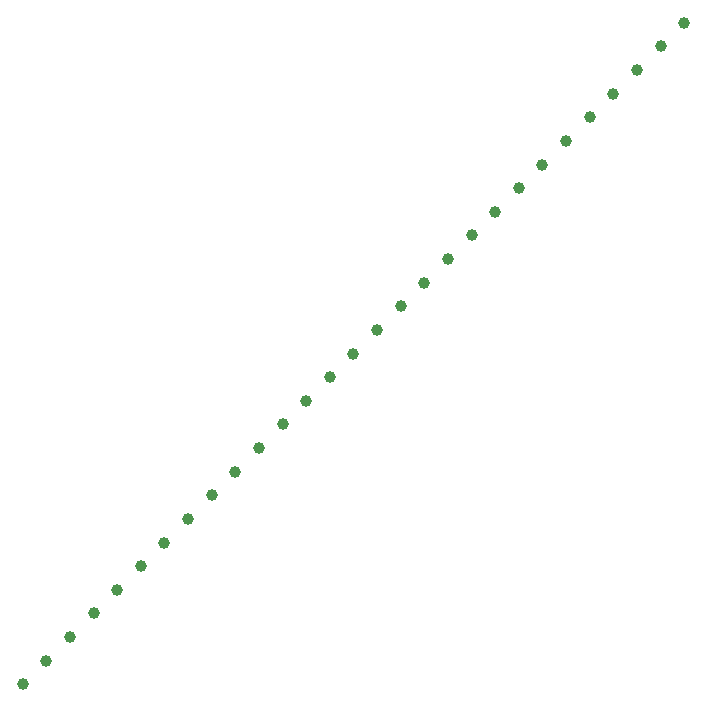
<source format=gbr>
G04 Examples for testing time performance of Gerber parsers*
%FSLAX26Y26*%
%MOMM*%
%ADD10C,1*%
%LPD*%
D10*
X0Y0D03*
X2000000Y2000000D03*
X4000000Y4000000D03*
X6000000Y6000000D03*
X8000000Y8000000D03*
X10000000Y10000000D03*
X12000000Y12000000D03*
X14000000Y14000000D03*
X16000000Y16000000D03*
X18000000Y18000000D03*
X20000000Y20000000D03*
X22000000Y22000000D03*
X24000000Y24000000D03*
X26000000Y26000000D03*
X28000000Y28000000D03*
X30000000Y30000000D03*
X32000000Y32000000D03*
X34000000Y34000000D03*
X36000000Y36000000D03*
X38000000Y38000000D03*
X40000000Y40000000D03*
X42000000Y42000000D03*
X44000000Y44000000D03*
X46000000Y46000000D03*
X48000000Y48000000D03*
X50000000Y50000000D03*
X52000000Y52000000D03*
X54000000Y54000000D03*
X56000000Y56000000D03*
M02*

</source>
